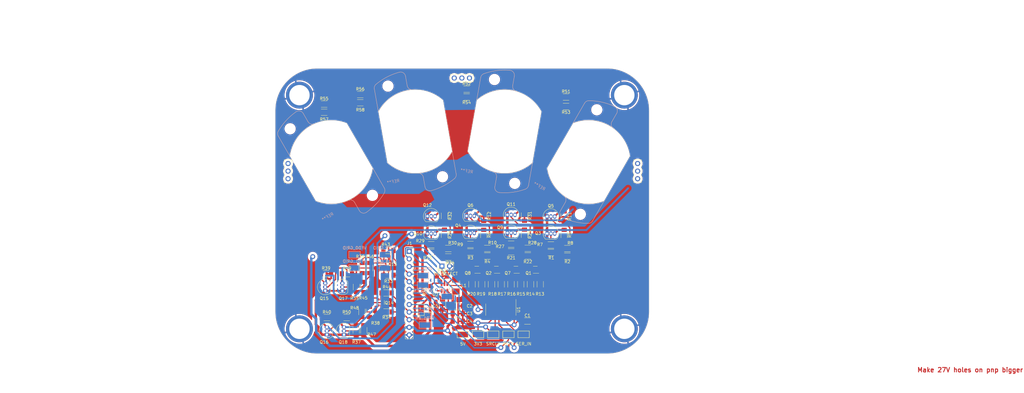
<source format=kicad_pcb>
(kicad_pcb (version 20221018) (generator pcbnew)
  (layers (0 "F.Cu" signal) (31 "B.Cu" signal) (34 "B.Paste" user) (35 "F.Paste" user) (36 "B.SilkS" user "B.Silkscreen") (37 "F.SilkS" user "F.Silkscreen") (38 "B.Mask" user) (39 "F.Mask" user) (44 "Edge.Cuts" user))
  (net 0 "")
  (net 1 "PWR_3V3")
  (net 2 "PWR_GND")
  (net 3 "PWR_5V")
  (net 4 "27V")
  (net 5 "/SER_IN")
  (net 6 "/SRCLK")
  (net 7 "/RCLK")
  (net 8 "/OE")
  (net 9 "/TLV_EN")
  (net 10 "/VFD0_GRID")
  (net 11 "/VFD1_GRID")
  (net 12 "/VFD2_GRID")
  (net 13 "/VFD3_GRID")
  (net 14 "Net-(U2-SW)")
  (net 15 "/0QA")
  (net 16 "Net-(Q1B-C2)")
  (net 17 "/0QB")
  (net 18 "Net-(Q1A-C1)")
  (net 19 "/0QE")
  (net 20 "Net-(Q2B-C2)")
  (net 21 "/0QF")
  (net 22 "Net-(Q2A-C1)")
  (net 23 "Net-(Q3-B)")
  (net 24 "/VFD_A")
  (net 25 "Net-(Q4-B)")
  (net 26 "/VFD_E")
  (net 27 "Net-(Q5-B)")
  (net 28 "/VFD_B")
  (net 29 "Net-(Q6-B)")
  (net 30 "/VFD_F")
  (net 31 "/0QC")
  (net 32 "Net-(Q7B-C2)")
  (net 33 "/0QD")
  (net 34 "Net-(Q7A-C1)")
  (net 35 "/0QG")
  (net 36 "Net-(Q8B-C2)")
  (net 37 "/0QH")
  (net 38 "Net-(Q8A-C1)")
  (net 39 "Net-(Q9-B)")
  (net 40 "/VFD_C")
  (net 41 "Net-(Q10-B)")
  (net 42 "/VFD_G")
  (net 43 "Net-(Q11-B)")
  (net 44 "/VFD_D")
  (net 45 "Net-(Q12-B)")
  (net 46 "/VFD_DP")
  (net 47 "Net-(Q13A-B1)")
  (net 48 "Net-(Q13B-C2)")
  (net 49 "Net-(Q13B-B2)")
  (net 50 "Net-(Q13A-C1)")
  (net 51 "Net-(Q14A-B1)")
  (net 52 "Net-(Q14B-C2)")
  (net 53 "Net-(Q14B-B2)")
  (net 54 "Net-(Q14A-C1)")
  (net 55 "Net-(Q15-B)")
  (net 56 "Net-(Q16-B)")
  (net 57 "Net-(Q17-B)")
  (net 58 "Net-(Q18-B)")
  (net 59 "Net-(U1-QA)")
  (net 60 "Net-(U1-QB)")
  (net 61 "Net-(U1-QC)")
  (net 62 "Net-(U1-QD)")
  (net 63 "Net-(U1-QE)")
  (net 64 "Net-(U1-QF)")
  (net 65 "Net-(U1-QG)")
  (net 66 "Net-(U1-QH)")
  (net 67 "/VFD0_EN")
  (net 68 "/VFD2_EN")
  (net 69 "Net-(U2-FB)")
  (net 70 "/VFD1_EN")
  (net 71 "/VFD3_EN")
  (net 72 "Net-(VFD1-Fil-)")
  (net 73 "Net-(VFD2-Fil-)")
  (net 74 "Net-(VFD3-Fil-)")
  (net 75 "Net-(VFD4-Fil-)")
  (footprint "Fab:R_1206" (layer "F.Cu") (at 175.645 126.719277 -90)
    (fp_text reference "R14")
    (fp_text value "R_22K")
  )
  (footprint "Fab:R_1206" (layer "F.Cu") (at 106.68 66.505)
    (fp_text reference "R55")
    (fp_text value "75")
  )
  (footprint "Fab:R_1206" (layer "F.Cu") (at 106.68 69.215)
    (fp_text reference "R57")
    (fp_text value "75")
  )
  (footprint "Package_TO_SOT_SMD:SOT-23-6" (layer "F.Cu") (at 146.89 127.77125 -90)
    (fp_text reference "U2")
    (fp_text value "TLV61046ADB")
  )
  (footprint "Fab:R_1206" (layer "F.Cu") (at 119.293333 135.95625 90)
    (fp_text reference "R38")
    (fp_text value "R_50K")
  )
  (footprint "Fab:R_1206" (layer "F.Cu") (at 182.46 113.586081)
    (fp_text reference "R7")
    (fp_text value "R_220K")
  )
  (footprint "Package_TO_SOT_THT:TO-92_Inline" (layer "F.Cu") (at 112.755 128.905 90)
    (fp_text reference "Q17")
    (fp_text value "2N3906")
  )
  (footprint "Fab:R_1206" (layer "F.Cu") (at 187.53 67.31)
    (fp_text reference "R53")
    (fp_text value "75")
  )
  (footprint "Fab:R_1206" (layer "F.Cu") (at 159.345 126.719277 -90)
    (fp_text reference "R19")
    (fp_text value "R_22K")
  )
  (footprint "Fab:R_1206" (layer "F.Cu") (at 155.575 113.384277)
    (fp_text reference "R9")
    (fp_text value "R_220K")
  )
  (footprint "Fab:R_1206" (layer "F.Cu") (at 148.174412 114.752364)
    (fp_text reference "R30")
    (fp_text value "R_50K")
  )
  (footprint "Fab:R_1206" (layer "F.Cu") (at 119.38 121.285 90)
    (fp_text reference "R36")
    (fp_text value "R_50K")
  )
  (footprint "Fab:R_1206" (layer "F.Cu") (at 155.575 115.924277)
    (fp_text reference "R3")
    (fp_text value "R_220K")
  )
  (footprint "TestPoint:TestPoint_Keystone_5015_Micro-Minature" (layer "F.Cu") (at 153.035 143.51)
    (fp_text reference "5V")
    (fp_text value "TestPoint_Keystone_5015_Micro-Minature")
  )
  (footprint "Fab:PinHeader_1x03_P2.54mm_Vertical_THT_D1mm" (layer "F.Cu") (at 211.455 86.35)
    (fp_text reference "REF**" hide)
    (fp_text value "PinHeader_1x03")
  )
  (footprint "Package_TO_SOT_THT:TO-92_Inline" (layer "F.Cu") (at 141.189412 103.957364)
    (fp_text reference "Q12")
    (fp_text value "2N3906")
  )
  (footprint "" (layer "F.Cu") (at 207.01 141.605)
    (fp_text reference "")
    (fp_text value "")
  )
  (footprint "Fab:R_1206" (layer "F.Cu") (at 154.305 64.135)
    (fp_text reference "R54")
    (fp_text value "75")
  )
  (footprint "Fab:R_1206" (layer "F.Cu") (at 107.588333 137.86125)
    (fp_text reference "R40")
    (fp_text value "R_100K")
  )
  (footprint "Fab:R_1206" (layer "F.Cu") (at 186.908169 110.209744 -90)
    (fp_text reference "R5")
    (fp_text value "R_100K")
  )
  (footprint "Fab:R_1206" (layer "F.Cu") (at 156.085 126.719277 -90)
    (fp_text reference "R20")
    (fp_text value "R_22K")
  )
  (footprint "Package_TO_SOT_THT:TO-92_Inline" (layer "F.Cu") (at 113.303333 143.57625 90)
    (fp_text reference "Q18")
    (fp_text value "2N3906")
  )
  (footprint "Fab:C_1206" (layer "F.Cu") (at 174.625 139)
    (fp_text reference "C1")
    (fp_text value "1uF")
  )
  (footprint "Fab:L_1210" (layer "F.Cu") (at 150.7 127.13625 90)
    (fp_text reference "L1")
    (fp_text value "22uH")
  )
  (footprint "Fab:R_1206" (layer "F.Cu") (at 117.475 127.635 90)
    (fp_text reference "R35")
    (fp_text value "R_220K")
  )
  (footprint "Fab:R_1206" (layer "F.Cu") (at 107.315 123.19)
    (fp_text reference "R39")
    (fp_text value "R_100K")
  )
  (footprint "Fab:R_1206" (layer "F.Cu") (at 162.605 126.719277 -90)
    (fp_text reference "R18")
    (fp_text value "R_22K")
  )
  (footprint "Fab:R_1206" (layer "F.Cu") (at 121.92 121.285 90)
    (fp_text reference "R46")
    (fp_text value "R_50K")
  )
  (footprint "Fab:C_1206" (layer "F.Cu") (at 151.335 139.065)
    (fp_text reference "C4")
    (fp_text value "1uF")
  )
  (footprint "Fab:R_1206" (layer "F.Cu") (at 142.459412 116.022364)
    (fp_text reference "R23")
    (fp_text value "R_220K")
  )
  (footprint "Fab:R_1206" (layer "F.Cu") (at 169.125 126.719277 90)
    (fp_text reference "R16")
    (fp_text value "R_22K")
  )
  (footprint "Fab:R_1206" (layer "F.Cu") (at 146.904412 103.854864 -90)
    (fp_text reference "R32")
    (fp_text value "R_100K")
  )
  (footprint "Fab:R_1206" (layer "F.Cu") (at 120.015 127.635 90)
    (fp_text reference "R45")
    (fp_text value "R_220K")
  )
  (footprint "TestPoint:TestPoint_Keystone_5015_Micro-Minature" (layer "F.Cu") (at 163.195 143.445)
    (fp_text reference "SRCLK")
    (fp_text value "TestPoint_Keystone_5015_Micro-Minature")
  )
  (footprint "TestPoint:TestPoint_Keystone_5015_Micro-Minature" (layer "F.Cu") (at 139.065 135.255 90)
    (fp_text reference "27V")
    (fp_text value "TestPoint_Keystone_5015_Micro-Minature")
  )
  (footprint "Fab:R_1206" (layer "F.Cu") (at 187.97 117.336081)
    (fp_text reference "R2")
    (fp_text value "R_50K")
  )
  (footprint "" (layer "F.Cu") (at 98.425 63.5)
    (fp_text reference "")
    (fp_text value "")
  )
  (footprint "Fab:R_1206" (layer "F.Cu") (at 146.05 123.96125)
    (fp_text reference "R42")
    (fp_text value "71.5K")
  )
  (footprint "TestPoint:TestPoint_Keystone_5015_Micro-Minature" (layer "F.Cu") (at 173.355 143.445)
    (fp_text reference "SER_IN")
    (fp_text value "TestPoint_Keystone_5015_Micro-Minature")
  )
  (footprint "Fab:R_1206" (layer "F.Cu") (at 114.213333 137.86125)
    (fp_text reference "R50")
    (fp_text value "R_100K")
  )
  (footprint "Fab:R_1206" (layer "F.Cu") (at 117.388333 142.10125 90)
    (fp_text reference "R37")
    (fp_text value "R_220K")
  )
  (footprint "Fab:R_1206" (layer "F.Cu") (at 172.385 126.719277 90)
    (fp_text reference "R15")
    (fp_text value "R_22K")
  )
  (footprint "Package_TO_SOT_SMD:SOT-363_SC-70-6" (layer "F.Cu") (at 126.653333 119.56125 90)
    (fp_text reference "Q13")
    (fp_text value "MMDT5551")
  )
  (footprint "Package_TO_SOT_THT:TO-92_Inline" (layer "F.Cu") (at 107.04 128.905 90)
    (fp_text reference "Q15")
    (fp_text value "2N3906")
  )
  (footprint "" (layer "F.Cu") (at 98.425 141.605)
    (fp_text reference "")
    (fp_text value "")
  )
  (footprint "Fab:R_1206" (layer "F.Cu") (at 186.905 104.061081 -90)
    (fp_text reference "R11")
    (fp_text value "R_100K")
  )
  (footprint "Package_TO_SOT_THT:TO-92_Inline" (layer "F.Cu") (at 167.915 109.504277)
    (fp_text reference "Q9")
    (fp_text value "2N3906")
  )
  (footprint "Fab:R_1206" (layer "F.Cu") (at 146.884144 110.146323 -90)
    (fp_text reference "R26")
    (fp_text value "R_100K")
  )
  (footprint "Fab:R_1206" (layer "F.Cu") (at 127.548333 129.60625 180)
    (fp_text reference "R44")
    (fp_text value "R_22K")
  )
  (footprint "Connector_PinSocket_2.54mm:PinSocket_1x12_P2.54mm_Vertical" (layer "F.Cu") (at 135.108333 115.70625)
    (fp_text reference "J1")
    (fp_text value "Conn_01x12_Pin")
  )
  (footprint "Fab:R_1206" (layer "F.Cu") (at 160.02 103.859277 -90)
    (fp_text reference "R12")
    (fp_text value "R_100K")
  )
  (footprint "Fab:R_1206" (layer "F.Cu") (at 169.185 113.314277)
    (fp_text reference "R27")
    (fp_text value "R_220K")
  )
  (footprint "Fab:R_1206" (layer "F.Cu") (at 128.183333 115.43125 180)
    (fp_text reference "R43")
    (fp_text value "R_22K")
  )
  (footprint "Fab:R_1206" (layer "F.Cu") (at 118.745 63.33)
    (fp_text reference "R56")
    (fp_text value "75")
  )
  (footprint "Connector_PinHeader_2.54mm:PinHeader_1x02_P2.54mm_Vertical" (layer "F.Cu") (at 146.045 120.65 90)
    (fp_text reference "OE_SELECT")
    (fp_text value "Conn_01x02_Pin")
  )
  (footprint "Package_TO_SOT_THT:TO-92_Inline" (layer "F.Cu") (at 154.305 109.574277)
    (fp_text reference "Q4")
    (fp_text value "2N3906")
  )
  (footprint "Package_TO_SOT_SMD:SOT-363_SC-70-6" (layer "F.Cu") (at 157.695 121.844277 180)
    (fp_text reference "Q8")
    (fp_text value "MMDT5551")
  )
  (footprint "Fab:C_1206" (layer "F.Cu") (at 146.255 133.48625 -90)
    (fp_text reference "C5")
    (fp_text value "10uF")
  )
  (footprint "Package_TO_SOT_THT:TO-92_Inline" (layer "F.Cu") (at 181.19 104.061081)
    (fp_text reference "Q5")
    (fp_text value "2N3906")
  )
  (footprint "Fab:PinHeader_1x03_P2.54mm_Vertical_THT_D1mm" (layer "F.Cu") (at 150.1675 57.785 90)
    (fp_text reference "REF**" hide)
    (fp_text value "PinHeader_1x03")
  )
  (footprint "Fab:R_1206" (layer "F.Cu") (at 114.3 123.19)
    (fp_text reference "R49")
    (fp_text value "R_100K")
  )
  (footprint "Fab:R_1206" (layer "F.Cu") (at 178.905 126.719277 -90)
    (fp_text reference "R13")
    (fp_text value "R_22K")
  )
  (footprint "TestPoint:TestPoint_Keystone_5015_Micro-Minature" (layer "F.Cu") (at 158.115 143.445)
    (fp_text reference "3V3")
    (fp_text value "TestPoint_Keystone_5015_Micro-Minature")
  )
  (footprint "Fab:R_1206" (layer "F.Cu") (at 160.02 110.209277 -90)
    (fp_text reference "R6")
    (fp_text value "R_100K")
  )
  (footprint "Fab:R_1206" (layer "F.Cu") (at 142.093333 129.04125 90)
    (fp_text reference "R41")
    (fp_text value "2.37M")
  )
  (footprint "Fab:R_1206" (layer "F.Cu") (at 174.742561 114.693163)
    (fp_text reference "R28")
    (fp_text value "R_50K")
  )
  (footprint "Package_TO_SOT_THT:TO-92_Inline" (layer "F.Cu") (at 107.588333 143.57625 90)
    (fp_text reference "Q16")
    (fp_text value "2N3906")
  )
  (footprint "Package_SO:SOIC-16_3.9x9.9mm_P1.27mm" (layer "F.Cu") (at 165.735 135.19 -90)
    (fp_text reference "U1")
    (fp_text value "74HC595")
  )
  (footprint "Fab:R_1206" (layer "F.Cu") (at 142.459412 113.482364)
    (fp_text reference "R29")
    (fp_text value "R_220K")
  )
  (footprint "Fab:R_1206" (layer "F.Cu") (at 119.928333 142.10125 90)
    (fp_text reference "R47")
    (fp_text value "R_220K")
  )
  (footprint "Package_TO_SOT_THT:TO-92_Inline" (layer "F.Cu") (at 167.915 103.514277)
    (fp_text reference "Q11")
    (fp_text value "2N3906")
  )
  (footprint "Package_TO_SOT_SMD:SOT-363_SC-70-6" (layer "F.Cu") (at 177.25 121.844277 180)
    (fp_text reference "Q1")
    (fp_text value "MMDT5551")
  )
  (footprint "Package_TO_SOT_SMD:SOT-363_SC-70-6" (layer "F.Cu") (at 125.643333 132.78125 90)
    (fp_text reference "Q14")
    (fp_text value "MMDT5551")
  )
  (footprint "Fab:R_1206" (layer "F.Cu") (at 173.63 110.139277 -90)
    (fp_text reference "R25")
    (fp_text value "R_100K")
  )
  (footprint "Fab:R_1206" (layer "F.Cu") (at 187.53 64.135)
    (fp_text reference "R51")
    (fp_text value "75")
  )
  (footprint "TestPoint:TestPoint_Keystone_5015_Micro-Minature" (layer "F.Cu") (at 168.275 143.445)
    (fp_text reference "RCLK")
    (fp_text value "TestPoint_Keystone_5015_Micro-Minature")
  )
  (footprint "Fab:R_1206" (layer "F.Cu") (at 173.63 103.789277 -90)
    (fp_text reference "R31")
    (fp_text value "R_100K")
  )
  (footprint "Package_TO_SOT_THT:TO-92_Inline" (layer "F.Cu") (at 154.305 103.859277)
    (fp_text reference "Q6")
    (fp_text value "2N3906")
  )
  (footprint "" (layer "F.Cu") (at 207.01 63.5)
    (fp_text reference "")
    (fp_text value "")
  )
  (footprint "Fab:C_1206" (layer "F.Cu") (at 151.335 136.525)
    (fp_text reference "C3")
    (fp_text value "1uF")
  )
  (footprint "Package_TO_SOT_THT:TO-92_Inline" (layer "F.Cu") (at 141.189412 109.774864)
    (fp_text reference "Q10")
    (fp_text value "2N3906")
  )
  (footprint "Fab:R_1206" (layer "F.Cu") (at 128.183333 123.68625)
    (fp_text reference "R33")
    (fp_text value "R_22K")
  )
  (footprint "Package_TO_SOT_SMD:SOT-363_SC-70-6" (layer "F.Cu") (at 164.235 121.844277 180)
    (fp_text reference "Q2")
    (fp_text value "MMDT5551")
  )
  (footprint "Fab:R_1206" (layer "F.Cu") (at 165.865 126.719277 90)
    (fp_text reference "R17")
    (fp_text value "R_22K")
  )
  (footprint "Package_TO_SOT_THT:TO-92_Inline" (layer "F.Cu") (at 181.19 109.776081)
    (fp_text reference "Q3")
    (fp_text value "2N3906")
  )
  (footprint "Fab:R_1206" (layer "F.Cu") (at 169.185 115.854277)
    (fp_text reference "R21")
    (fp_text value "R_220K")
  )
  (footprint "Fab:R_1206" (layer "F.Cu") (at 187.97 114.796081)
    (fp_text reference "R8")
    (fp_text value "R_50K")
  )
  (footprint "Package_TO_SOT_SMD:SOT-363_SC-70-6" (layer "F.Cu") (at 170.78 121.844277 180)
    (fp_text reference "Q7")
    (fp_text value "MMDT5551")
  )
  (footprint "Fab:R_1206" (layer "F.Cu") (at 161.221667 117.263027)
    (fp_text reference "R4")
    (fp_text value "R_50K")
  )
  (footprint "Fab:R_1206" (layer "F.Cu") (at 161.221667 114.723027)
    (fp_text reference "R10")
    (fp_text value "R_50K")
  )
  (footprint "Fab:R_1206" (layer "F.Cu") (at 154.305 61.51)
    (fp_text reference "R52")
    (fp_text value "75")
  )
  (footprint "Fab:R_1206" (layer "F.Cu") (at 121.833333 135.95625 90)
    (fp_text reference "R48")
    (fp_text value "R_50K")
  )
  (footprint "Fab:R_1206" (layer "F.Cu") (at 118.745 66.04)
    (fp_text reference "R58")
    (fp_text value "75")
  )
  (footprint "Fab:R_1206" (layer "F.Cu") (at 182.46 116.126081)
    (fp_text reference "R1")
    (fp_text value "R_220K")
  )
  (footprint "Fab:R_1206" (layer "F.Cu") (at 148.174412 117.599864)
    (fp_text reference "R24")
    (fp_text value "R_50K")
  )
  (footprint "Fab:R_1206" (layer "F.Cu") (at 127.548333 135.95625 180)
    (fp_text reference "R34")
    (fp_text value "R_22K")
  )
  (footprint "Fab:C_1206" (layer "F.Cu") (at 151.335 133.985)
    (fp_text reference "C2")
    (fp_text value "1uF")
  )
  (footprint "Fab:R_1206" (layer "F.Cu") (at 174.742561 117.233163)
    (fp_text reference "R22")
    (fp_text value "R_50K")
  )
  (footprint "Fab:PinHeader_1x03_P2.54mm_Vertical_THT_D1mm" (layer "F.Cu") (at 94.615 86.35)
    (fp_text reference "REF**" hide)
    (fp_text value "PinHeader_1x03")
  )
  (footprint "TestPoint:TestPoint_Keystone_5015_Micro-Minature" (layer "B.Cu") (at 116.84 116.84 180)
    (fp_text reference "VFD0_GRID")
    (fp_text value "TestPoint_Keystone_5015_Micro-Minature" hide)
  )
  (footprint "VFD:PL31A-P" (layer "B.Cu") (at 137.12724 75.63079 -170)
    (fp_text reference "REF**")
    (fp_text value "PL31A-P")
    (fp_line (start -11 -8.660254) (end -11 8.660254) (stroke (width 0.125)) (layer "Edge.Cuts"))
    (fp_line (start 11 8.660254) (end 11 -8.660254) (stroke (width 0.125)) (layer "Edge.Cuts"))
    (fp_arc (start -11 -8.660254) (mid 0 -14) (end 11 -8.660254) (stroke (width 0.125)) (layer "Edge.Cuts"))
    (fp_arc (start -4.237626 13.343258) (mid -7.970504 11.509607) (end -11 8.660254) (stroke (width 0.125)) (layer "Edge.Cuts"))
    (fp_arc (start -2.293156 13.810918) (mid -3.273753 13.611855) (end -4.237626 13.343258) (stroke (width 0.125)) (layer "Edge.Cuts"))
    (fp_arc (start 11 8.660254) (mid 5.058124 13.054324) (end -2.293156 13.810918) (stroke (width 0.125)) (layer "Edge.Cuts"))
  )
  (footprint "VFD:PL31A-P" (layer "B.Cu") (at 195.060983 85.855575 150)
    (fp_text reference "REF**")
    (fp_text value "PL31A-P")
    (fp_line (start -11 -8.660254) (end -11 8.660254) (stroke (width 0.125)) (layer "Edge.Cuts"))
    (fp_line (start 11 8.660254) (end 11 -8.660254) (stroke (width 0.125)) (layer "Edge.Cuts"))
    (fp_arc (start -11 -8.660254) (mid 0 -14) (end 11 -8.660254) (stroke (width 0.125)) (layer "Edge.Cuts"))
    (fp_arc (start -4.237626 13.343258) (mid -7.970503 11.509607) (end -11 8.660254) (stroke (width 0.125)) (layer "Edge.Cuts"))
    (fp_arc (start -2.293156 13.810918) (mid -3.273753 13.611855) (end -4.237626 13.343258) (stroke (width 0.125)) (layer "Edge.Cuts"))
    (fp_arc (start 11 8.660254) (mid 5.058124 13.054324) (end -2.293156 13.810918) (stroke (width 0.125)) (layer "Edge.Cuts"))
  )
  (footprint "VFD:PL31A-P" (layer "B.Cu") (at 109.060983 85.855575 -150)
    (fp_text reference "REF**")
    (fp_text value "PL31A-P")
    (fp_line (start -11 -8.660254) (end -11 8.660254) (stroke (width 0.125)) (layer "Edge.Cuts"))
    (fp_line (start 11 8.660254) (end 11 -8.660254) (stroke (width 0.125)) (layer "Edge.Cuts"))
    (fp_arc (start -11 -8.660254) (mid 0 -14) (end 11 -8.660254) (stroke (width 0.125)) (layer "Edge.Cuts"))
    (fp_arc (start -4.237626 13.343258) (mid -7.970503 11.509607) (end -11 8.660254) (stroke (width 0.125)) (layer "Edge.Cuts"))
    (fp_arc (start -2.293156 13.810918) (mid -3.273753 13.611855) (end -4.237626 13.343258) (stroke (width 0.125)) (layer "Edge.Cuts"))
    (fp_arc (start 11 8.660254) (mid 5.058124 13.054324) (end -2.293156 13.810918) (stroke (width 0.125)) (layer "Edge.Cuts"))
  )
  (footprint "TestPoint:TestPoint_Keystone_5015_Micro-Minature" (layer "B.Cu") (at 139.7 123.825 180)
    (fp_text reference "VFD1_EN")
    (fp_text value "TestPoint_Keystone_5015_Micro-Minature" hide)
  )
  (footprint "TestPoint:TestPoint_Keystone_5015_Micro-Minature" (layer "B.Cu") (at 147.671667 130.81 180)
    (fp_text reference "TLV_EN")
    (fp_text value "TestPoint_Keystone_5015_Micro-Minature" hide)
  )
  (footprint "TestPoint:TestPoint_Keystone_5015_Micro-Minature" (layer "B.Cu") (at 140.335 137.16 180)
    (fp_text reference "VFD1_EN")
    (fp_text value "TestPoint_Keystone_5015_Micro-Minature" hide)
  )
  (footprint "TestPoint:TestPoint_Keystone_5015_Micro-Minature" (layer "B.Cu") (at 116.84 121.285 180)
    (fp_text reference "VFD1_GRID")
    (fp_text value "TestPoint_Keystone_5015_Micro-Minature" hide)
  )
  (footprint "TestPoint:TestPoint_Keystone_5015_Micro-Minature" (layer "B.Cu") (at 139.7 127 180)
    (fp_text reference "VFD0_EN")
    (fp_text value "TestPoint_Keystone_5015_Micro-Minature" hide)
  )
  (footprint "VFD:PL31A-P" (layer "B.Cu") (at 166.994726 75.630791 170)
    (fp_text reference "REF**")
    (fp_text value "PL31A-P")
    (fp_line (start -11 -8.660254) (end -11 8.660254) (stroke (width 0.125)) (layer "Edge.Cuts"))
    (fp_line (start 11 8.660254) (end 11 -8.660254) (stroke (width 0.125)) (layer "Edge.Cuts"))
    (fp_arc (start -11 -8.660254) (mid 0 -14) (end 11 -8.660254) (stroke (width 0.125)) (layer "Edge.Cuts"))
    (fp_arc (start -4.237626 13.343258) (mid -7.970504 11.509606) (end -11 8.660254) (stroke (width 0.125)) (layer "Edge.Cuts"))
    (fp_arc (start -2.293156 13.810918) (mid -3.273752 13.611855) (end -4.237626 13.343258) (stroke (width 0.125)) (layer "Edge.Cuts"))
    (fp_arc (start 11 8.660254) (mid 5.058124 13.054324) (end -2.293156 13.810918) (stroke (width 0.125)) (layer "Edge.Cuts"))
  )
  (footprint "TestPoint:TestPoint_Keystone_5015_Micro-Minature" (layer "B.Cu") (at 127 121.285 180)
    (fp_text reference "VFD3_GRID")
    (fp_text value "TestPoint_Keystone_5015_Micro-Minature" hide)
  )
  (footprint "TestPoint:TestPoint_Keystone_5015_Micro-Minature" (layer "B.Cu") (at 127 116.84 180)
    (fp_text reference "VFD2_GRID")
    (fp_text value "TestPoint_Keystone_5015_Micro-Minature" hide)
  )
  (footprint "TestPoint:TestPoint_Keystone_5015_Micro-Minature" (layer "B.Cu") (at 140.335 140.335 180)
    (fp_text reference "VFD1_EN")
    (fp_text value "TestPoint_Keystone_5015_Micro-Minature" hide)
  )
  (gr_arc (start 201.295 54.61) (mid 211.173282 58.701718) (end 215.265 68.58) (stroke (width 0.1)) (layer "Edge.Cuts"))
  (gr_line (start 201.295 54.61) (end 104.365 54.61) (stroke (width 0.1)) (layer "Edge.Cuts"))
  (gr_line (start 90.395 68.58) (end 90.395 135.89) (stroke (width 0.1)) (layer "Edge.Cuts"))
  (gr_arc (start 90.395 68.58) (mid 94.486718 58.701718) (end 104.365 54.61) (stroke (width 0.1)) (layer "Edge.Cuts"))
  (gr_line (start 104.365 149.86) (end 201.295 149.86) (stroke (width 0.1)) (layer "Edge.Cuts"))
  (gr_arc (start 104.365 149.86) (mid 94.486718 145.768282) (end 90.395 135.89) (stroke (width 0.1)) (layer "Edge.Cuts"))
  (gr_arc (start 215.265 135.89) (mid 211.173282 145.768282) (end 201.295 149.86) (stroke (width 0.1)) (layer "Edge.Cuts"))
  (gr_line (start 215.265 135.89) (end 215.265 68.58) (stroke (width 0.1)) (layer "Edge.Cuts"))
  (gr_text "Make 27V holes on pnp bigger\n" (at 304.8 156.21) (layer "F.Cu") (effects (font (size 1.5 1.5) (thickness 0.3) bold) (justify left bottom)))
  (segment (start 170.180438 137.665438) (end 170.18 137.665) (width 0.4) (layer "F.Cu") (net 1))
  (segment (start 158.115 139.635) (end 158.115 143.445) (width 0.4) (layer "F.Cu") (net 1))
  (segment (start 161.565 139.635) (end 162.56 138.64) (width 0.4) (layer "F.Cu") (net 1))
  (segment (start 172.925 139) (end 171.45 139) (width 0.4) (layer "F.Cu") (net 1))
  (segment (start 170.180438 140.269562) (end 170.180438 137.665438) (width 0.4) (layer "F.Cu") (net 1))
  (segment (start 171.45 139) (end 170.180438 140.269562) (width 0.4) (layer "F.Cu") (net 1))
  (segment (start 158.115 139.635) (end 161.565 139.635) (width 0.4) (layer "F.Cu") (net 1))
  (segment (start 162.56 138.64) (end 162.56 137.665) (width 0.4) (layer "F.Cu") (net 1))
  (via (at 158.115 139.635) (size 1.6) (drill 0.9) (layers "F.Cu" "B.Cu") (net 1))
  (via (at 170.180438 140.269562) (size 1.6) (drill 0.9) (layers "F.Cu" "B.Cu") (net 1))
  (segment (start 151.765 135.255) (end 151.765 130.175) (width 0.4) (layer "B.Cu") (net 1))
  (segment (start 170.180438 140.269562) (end 170.115 140.335) (width 0.4) (layer "B.Cu") (net 1))
  (segment (start 156.21 139.7) (end 151.765 135.255) (width 0.4) (layer "B.Cu") (net 1))
  (segment (start 140.97 119.38) (end 138.782083 119.38) (width 0.4) (layer "B.Cu") (net 1))
  (segment (start 165.735 140.335) (end 165.1 139.7) (width 0.4) (layer "B.Cu") (net 1))
  (segment (start 170.115 140.335) (end 165.735 140.335) (width 0.4) (layer "B.Cu") (net 1))
  (segment (start 138.782083 119.38) (end 135.108333 115.70625) (width 0.4) (layer "B.Cu") (net 1))
  (segment (start 165.1 139.7) (end 156.21 139.7) (width 0.4) (layer "B.Cu") (net 1))
  (segment (start 151.765 130.175) (end 140.97 119.38) (width 0.4) (layer "B.Cu") (net 1))
  (segment (start 173.792543 118.928402) (end 174.703116 118.017829) (width 0.4) (layer "F.Cu") (net 2))
  (segment (start 168.636667 121.194277) (end 168.122917 121.194277) (width 0.4) (layer "F.Cu") (net 2))
  (segment (start 168.122917 121.194277) (end 167.486469 121.830725) (width 0.4) (layer "F.Cu") (net 2))
  (segment (start 127.303333 118.61125) (end 128.13625 118.61125) (width 0.4) (layer "F.Cu") (net 2))
  (segment (start 169.83 121.194277) (end 168.636667 121.194277) (width 0.4) (layer "F.Cu") (net 2))
  (segment (start 156.745 121.194277) (end 154.545417 121.194277) (width 0.4) (layer "F.Cu") (net 2))
  (segment (start 158.645 122.494277) (end 157.721696 123.417581) (width 0.4) (layer "F.Cu") (net 2))
  (segment (start 146.884144 111.846323) (end 146.884144 111.959144) (width 0.4) (layer "F.Cu") (net 2))
  (segment (start 186.908169 112.613169) (end 187.96 113.665) (width 0.4) (layer "F.Cu") (net 2))
  (segment (start 160.02 111.909277) (end 160.169277 111.909277) (width 0.4) (layer "F.Cu") (net 2))
  (segment (start 124.59875 120.51125) (end 124.46 120.65) (width 0.4) (layer "F.Cu") (net 2))
  (segment (start 186.908169 111.909744) (end 186.908169 112.613169) (width 0.4) (layer "F.Cu") (net 2))
  (segment (start 170.777311 123.446966) (end 170.777311 126.548421) (width 0.4) (layer "F.Cu") (net 2))
  (segment (start 160.169277 111.909277) (end 161.29 113.03) (width 0.4) (layer "F.Cu") (net 2))
  (segment (start 146.884144 111.959144) (end 147.955 113.03) (width 0.4) (layer "F.Cu") (net 2))
  (segment (start 128.13625 118.61125) (end 128.27 118.745) (width 0.4) (layer "F.Cu") (net 2))
  (segment (start 176.3 120.738636) (end 177.870609 119.168027) (width 0.4) (layer "F.Cu") (net 2))
  (segment (start 153.035 133.985) (end 153.035 123.557082) (width 0.4) (layer "F.Cu") (net 2))
  (segment (start 177.870609 119.168027) (end 178.838571 119.168027) (width 0.4) (layer "F.Cu") (net 2))
  (segment (start 146.89 124.82125) (end 146.89 126.63375) (width 0.4) (layer "F.Cu") (net 2))
  (segment (start 152.397517 122.919599) (end 148.791651 122.919599) (width 0.4) (layer "F.Cu") (net 2))
  (segment (start 165.31792 115.717482) (end 165.31792 114.902717) (width 0.4) (layer "F.Cu") (net 2))
  (segment (start 163.285 121.194277) (end 161.772917 121.194277) (width 0.4) (layer "F.Cu") (net 2))
  (segment (start 124.993333 133.73125) (end 124.104583 134.62) (width 0.4) (layer "F.Cu") (net 2))
  (segment (start 166.064717 116.464279) (end 165.31792 115.717482) (width 0.4) (layer "F.Cu") (net 2))
  (segment (start 157.721696 123.417581) (end 157.721696 126.572411) (width 0.4) (layer "F.Cu") (net 2))
  (segment (start 167.486469 121.830725) (end 167.486469 126.74012) (width 0.4) (layer "F.Cu") (net 2))
  (segment (start 164.258714 123.420563) (end 164.258714 126.629147) (width 0.4) (layer "F.Cu") (net 2))
  (segment (start 174.703116 113.743116) (end 173.63 112.67) (width 0.4) (layer "F.Cu") (net 2))
  (segment (start 126.003333 120.51125) (end 124.59875 120.51125) (width 0.4) (layer "F.Cu") (net 2))
  (segment (start 154.545417 121.194277) (end 154.031667 121.708027) (width 0.4) (layer "F.Cu") (net 2))
  (segment (start 126.542083 132.08) (end 127.635 132.08) (width 0.4) (layer "F.Cu") (net 2))
  (segment (start 168.122917 121.194277) (end 170.388792 118.928402) (width 0.4) (layer "F.Cu") (net 2))
  (segment (start 174.703116 118.017829) (end 174.703116 113.743116) (width 0.4) (layer "F.Cu") (net 2))
  (segment (start 148.791651 122.919599) (end 147.75 123.96125) (width 0.4) (layer "F.Cu") (net 2))
  (segment (start 176.3 121.194277) (end 176.3 120.738636) (width 0.4) (layer "F.Cu") (net 2))
  (segment (start 153.035 123.557082) (end 152.397517 122.919599) (width 0.4) (layer "F.Cu") (net 2))
  (segment (start 165.185 122.494277) (end 164.258714 123.420563) (width 0.4) (layer "F.Cu") (net 2))
  (segment (start 147.75 123.96125) (end 146.89 124.82125) (width 0.4) (layer "F.Cu") (net 2))
  (segment (start 163.285 121.194277) (end 162.921667 120.830944) (width 0.4) (layer "F.Cu") (net 2))
  (segment (start 178.2 122.494277) (end 177.31107 123.383207) (width 0.4) (layer "F.Cu") (net 2))
  (segment (start 166.064717 118.622327) (end 166.064717 116.464279) (width 0.4) (layer "F.Cu") (net 2))
  (segment (start 168.636667 121.194277) (end 166.064717 118.622327) (width 0.4) (layer "F.Cu") (net 2))
  (segment (start 153.035 139.065) (end 153.035 133.985) (width 0.4) (layer "F.Cu") (net 2))
  (segment (start 177.31107 123.383207) (end 177.31107 126.788027) (width 0.4) (layer "F.Cu") (net 2))
  (segment (start 162.921667 120.830944) (end 162.921667 119.803027) (width 0.4) (layer "F.Cu") (net 2))
  (segment (start 171.73 122.494277) (end 170.777311 123.446966) (width 0.4) (layer "F.Cu") (net 2))
  (segment (start 173.63 112.67) (end 173.63 111.839277) (width 0.4) (layer "F.Cu") (net 2))
  (segment (start 161.772917 121.194277) (end 161.651667 121.073027) (width 0.4) (layer "F.Cu") (net 2))
  (segment (start 124.104583 134.62) (end 123.825 134.62) (width 0.4) (layer "F.Cu") (net 2))
  (segment (start 126.293333 131.83125) (end 126.542083 132.08) (width 0.4) (layer "F.Cu") (net 2))
  (segment (start 170.388792 118.928402) (end 173.792543 118.928402) (width 0.4) (layer "F.Cu") (net 2))
  (segment (start 149.635 139.065) (end 149.635 130.20125) (width 0.8) (layer "F.Cu") (net 3))
  (segment (start 149.1325 130.20125) (end 147.84 128.90875) (width 0.4) (layer "F.Cu") (net 3))
  (segment (start 149.225 143.51) (end 153.035 143.51) (width 0.8) (layer "F.Cu") (net 3))
  (segment (start 149.635 130.20125) (end 149.1325 130.20125) (width 0.4) (layer "F.Cu") (net 3))
  (segment (start 147.955 140.745) (end 149.635 139.065) (width 0.8) (layer "F.Cu") (net 3))
  (segment (start 147.955 142.24) (end 147.955 140.745) (width 0.8) (layer "F.Cu") (net 3))
  (segment (start 149.635 130.20125) (end 150.7 129.13625) (width 0.8) (layer "F.Cu") (net 3))
  (segment (start 147.955 142.24) (end 149.225 143.51) (width 0.8) (layer "F.Cu") (net 3))
  (via (at 102.87 117.475) (size 1.6) (drill 0.9) (layers "F.Cu" "B.Cu") (net 3))
  (via (at 147.955 142.24) (size 1.6) (drill 0.9) (layers "F.Cu" "B.Cu") (net 3))
  (segment (start 147.955 142.24) (end 137.795 142.24) (width 0.8) (layer "B.Cu") (net 3))
  (segment (start 102.381666 136.671666) (end 103.996381 138.286381) (width 0.8) (layer "B.Cu") (net 3))
  (segment (start 103.996381 142.731381) (end 108.585 147.32) (width 0.8) (layer "B.Cu") (net 3))
  (segment (start 102.381666 117.963334) (end 102.381666 136.671666) (width 0.8) (layer "B.Cu") (net 3))
  (segment (start 103.996381 138.286381) (end 103.996381 142.731381) (width 0.8) (layer "B.Cu") (net 3))
  (segment (start 102.87 117.475) (end 102.381666 117.963334) (width 0.8) (layer "B.Cu") (net 3))
  (segment (start 136.66125 141.10625) (end 135.108333 141.10625) (width 0.8) (layer "B.Cu") (net 3))
  (segment (start 127.703125 147.32) (end 133.916875 141.10625) (width 0.8) (layer "B.Cu") (net 3))
  (segment (start 108.585 147.32) (end 127.703125 147.32) (width 0.8) (layer "B.Cu") (net 3))
  (segment (start 133.916875 141.10625) (end 135.108333 141.10625) (width 0.8) (layer "B.Cu") (net 3))
  (segment (start 137.795 142.24) (end 136.66125 141.10625) (width 0.8) (layer "B.Cu") (net 3))
  (segment (start 142.093333 142.386667) (end 137.16 147.32) (width 0.8) (layer "F.Cu") (net 4))
  (segment (start 154.305 103.859277) (end 154.305 115.494277) (width 0.8) (layer "F.Cu") (net 4))
  (segment (start 142.093333 130.74125) (end 141.253333 130.74125) (width 0.8) (layer "F.Cu") (net 4))
  (segment (start 142.093333 130.74125) (end 145.21 130.74125) (width 0.6) (layer "F.Cu") (net 4))
  (segment (start 146.89 128.90875) (end 146.89 131.15125) (width 0.6) (layer "F.Cu") (net 4))
  (segment (start 117.163333 143.57625) (end 117.388333 143.80125) (width 0.6) (layer "F.Cu") (net 4))
  (segment (start 139.553333 117.228443) (end 140.759412 116.022364) (width 0.8) (layer "F.Cu") (net 4))
  (segment (start 154.305 115.494277) (end 153.875 115.924277) (width 0.8) (layer "F.Cu") (net 4))
  (segment (start 140.759412 110.204864) (end 141.189412 109.774864) (width 0.8) (layer "F.Cu") (net 4))
  (segment (start 167.915 115.424277) (end 167.485 115.854277) (width 0.8) (layer "F.Cu") (net 4))
  (segment (start 181.19 115.696081) (end 180.76 116.126081) (width 0.8) (layer "F.Cu") (net 4))
  (segment (start 103.90254 140.09754) (end 103.90254 132.04246) (width 0.8) (layer "F.Cu") (net 4))
  (segment (start 137.16 147.32) (end 123.447083 147.32) (width 0.8) (layer "F.Cu") (net 4))
  (segment (start 145.21 130.74125) (end 146.255 131.78625) (width 0.6) (layer "F.Cu") (net 4))
  (segment (start 153.67 100.33) (end 167.64 100.33) (width 0.8) (layer "F.Cu") (net 4))
  (segment (start 139.553333 129.04125) (end 139.553333 117.228443) (width 0.8) (layer "F.Cu") (net 4))
  (segment (start 119.703333 143.57625) (end 119.928333 143.80125) (width 0.8) (layer "F.Cu") (net 4))
  (segment (start 107.588333 143.57625) (end 106.11125 143.57625) (width 0.8) (layer "F.Cu") (net 4))
  (segment (start 103.90254 132.04246) (end 107.04 128.905) (width 0.8) (layer "F.Cu") (net 4))
  (segment (start 139.065 135.255) (end 139.065 133.769583) (width 0.6) (layer "F.Cu") (net 4))
  (segment (start 146.89 131.15125) (end 146.255 131.78625) (width 0.6) (layer "F.Cu") (net 4))
  (segment (start 107.04 128.905) (end 119.585 128.905) (width 0.6) (layer "F.Cu") (net 4))
  (segment (start 140.759412 116.022364) (end 140.759412 110.204864) (width 0.8) (layer "F.Cu") (net 4))
  (segment (start 167.915 100.605) (end 167.64 100.33) (width 0.8) (layer "F.Cu") (net 4))
  (segment (start 167.915 103.514277) (end 167.915 100.605) (width 0.8) (layer "F.Cu") (net 4))
  (segment (start 141.189412 103.957364) (end 141.189412 103.207364) (width 0.8) (layer "F.Cu") (net 4))
  (segment (start 144.066776 100.33) (end 153.67 100.33) (width 0.8) (layer "F.Cu") (net 4))
  (segment (start 141.189412 103.207364) (end 144.066776 100.33) (width 0.8) (layer "F.Cu") (net 4))
  (segment (start 106.11125 143.57625) (end 104.775 142.24) (width 0.8) (layer "F.Cu") (net 4))
  (segment (start 167.64 100.33) (end 177.458919 100.33) (width 0.8) (layer "F.Cu") (net 4))
  (segment (start 167.915 103.514277) (end 167.915 115.424277) (width 0.8) (layer "F.Cu") (net 4))
  (segment (start 119.585 128.905) (end 120.015 129.335) (width 0.6) (layer "F.Cu") (net 4))
  (segment (start 123.447083 147.32) (end 119.928333 143.80125) (width 0.8) (layer "F.Cu") (net 4))
  (segment (start 104.775 142.24) (end 104.775 140.97) (width 0.8) (layer "F.Cu") (net 4))
  (segment (start 141.189412 109.774864) (end 141.189412 103.957364) (width 0.8) (layer "F.Cu") (net 4))
  (segment (start 104.775 140.97) (end 103.90254 140.09754) (width 0.8) (layer "F.Cu") (net 4))
  (segment (start 142.093333 130.74125) (end 142.093333 142.386667) (width 0.8) (layer "F.Cu") (net 4))
  (segment (start 142.503333 131.15125) (end 142.093333 130.74125) (width 0.6) (layer "F.Cu") (net 4))
  (segment (start 177.458919 100.33) (end 181.19 104.061081) (width 0.8) (layer "F.Cu") (net 4))
  (segment (start 139.065 133.769583) (end 142.093333 130.74125) (width 0.6) (layer "F.Cu") (net 4))
  (segment (start 181.19 104.061081) (end 181.19 115.696081) (width 0.8) (layer "F.Cu") (net 4))
  (segment (start 154.305 103.859277) (end 154.305 100.965) (width 0.8) (layer "F.Cu") (net 4))
  (segment (start 154.305 100.965) (end 153.67 100.33) (width 0.8) (layer "F.Cu") (net 4))
  (segment (start 107.588333 143.57625) (end 119.703333 143.57625) (width 0.8) (layer "F.Cu") (net 4))
  (segment (start 141.253333 130.74125) (end 139.553333 129.04125) (width 0.8) (layer "F.Cu") (net 4))
  (segment (start 171.655 143.445) (end 167.64 139.43) (width 0.4) (layer "F.Cu") (net 5))
  (segment (start 167.64 139.43) (end 167.64 137.665) (width 0.4) (layer "F.Cu") (net 5))
  (segment (start 173.355 143.445) (end 171.655 143.445) (width 0.4) (layer "F.Cu") (net 5))
  (segment (start 170.18 147.89) (end 170.18 146.62) (width 0.4) (layer "F.Cu") (net 5))
  (segment (start 170.18 146.62) (end 173.355 143.445) (width 0.4) (layer "F.Cu") (net 5))
  (via (at 170.18 147.89) (size 1.6) (drill 0.9) (layers "F.Cu" "B.Cu") (net 5))
  (segment (start 168.34 146.05) (end 157.48 146.05) (width 0.4) (layer "B.Cu") (net 5))
  (segment (start 147.752673 138.227673) (end 140.47125 130.94625) (width 0.4) (layer "B.Cu") (net 5))
  (segment (start 170.18 147.89) (end 168.34 146.05) (width 0.4) (layer "B.Cu") (net 5))
  (segment (start 157.48 146.05) (end 149.657673 138.227673) (width 0.4) (layer "B.Cu") (net 5))
  (segment (start 149.657673 138.227673) (end 147.752673 138.227673) (width 0.4) (layer "B.Cu") (net 5))
  (segment (start 140.47125 130.94625) (end 135.108333 130.94625) (width 0.4) (layer "B.Cu") (net 5))
  (segment (start 160.72 140.97) (end 163.195 143.445) (width 0.4) (layer "F.Cu") (net 6))
  (segment (start 160.655 140.97) (end 160.72 140.97) (width 0.4) (layer "F.Cu") (net 6))
  (segment (start 163.83 142.81) (end 163.83 137.665) (width 0.4) (layer "F.Cu") (net 6))
  (segment (start 163.195 143.445) (end 163.83 142.81) (width 0.4) (layer "F.Cu") (net 6))
  (via (at 160.655 140.97) (size 1.6) (drill 0.9) (layers "F.Cu" "B.Cu") (net 6))
  (segment (start 154.94 140.97) (end 150.495 136.525) (width 0.4) (layer "B.Cu") (net 6))
  (segment (start 150.495 136.525) (end 147.955 136.525) (width 0.4) (layer "B.Cu") (net 6))
  (segment (start 147.955 136.525) (end 139.83625 128.40625) (width 0.4) (layer "B.Cu") (net 6))
  (segment (start 160.655 140.97) (end 154.94 140.97) (width 0.4) (layer "B.Cu") (net 6))
  (segment (start 139.83625 128.40625) (end 135.108333 128.40625) (width 0.4) (layer "B.Cu") (net 6))
  (segment (start 168.275 143.445) (end 165.1 140.27) (width 0.4) (layer "F.Cu") (net 7))
  (segment (start 165.735 147.89) (end 168.275 145.35) (width 0.4) (layer "F.Cu") (net 7))
  (segment (start 168.275 145.35) (end 168.275 142.81) (width 0.4) (layer "F.Cu") (net 7))
  (segment (start 165.1 140.27) (end 165.1 137.665) (width 0.4) (layer "F.Cu") (net 7))
  (via (at 165.735 147.89) (size 1.6) (drill 0.9) (layers "F.Cu" "B.Cu") (net 7))
  (segment (start 141.10625 133.48625) (end 135.108333 133.48625) (width 0.4) (layer "B.Cu") (net 7))
  (segment (start 165.735 147.89) (end 165.67 147.955) (width 0.4) (layer "B.Cu") (net 7))
  (segment (start 147.438576 139.818576) (end 141.10625 133.48625) (width 0.4) (layer "B.Cu") (net 7))
  (segment (start 148.708576 139.818576) (end 147.438576 139.818576) (width 0.4) (layer "B.Cu") (net 7))
  (segment (start 156.845 147.955) (end 148.708576 139.818576) (width 0.4) (layer "B.Cu") (net 7))
  (segment (start 165.67 147.955) (end 156.845 147.955) (width 0.4) (layer "B.Cu") (net 7))
  (segment (start 164.87 135.19) (end 158.115 135.19) (width 0.4) (layer "F.Cu") (net 8))
  (segment (start 166.37 136.69) (end 164.87 135.19) (width 0.4) (layer "F.Cu") (net 8))
  (segment (start 166.37 137.665) (end 166.37 136.69) (width 0.4) (layer "F.Cu") (net 8))
  (via (at 158.115 135.19) (size 1.6) (drill 0.9) (layers "F.Cu" "B.Cu") (net 8))
  (segment (start 146.045 121.915) (end 158.115 133.985) (width 0.4) (layer "B.Cu") (net 8))
  (segment (start 135.108333 118.24625) (end 133.855133 116.99305) (width 0.4) (layer "B.Cu") (net 8))
  (segment (start 133.855133 116.99305) (end 133.855133 114.689238) (width 0.4) (layer "B.Cu") (net 8))
  (segment (start 133.855133 114.689238) (end 134.091321 114.45305) (width 0.4) (layer "B.Cu") (net 8))
  (segment (start 134.091321 114.45305) (end 139.84805 114.45305) (width 0.4) (layer "B.Cu") (net 8))
  (segment (start 139.84805 114.45305) (end 146.045 120.65) (width 0.4) (layer "B.Cu") (net 8))
  (segment (start 146.045 120.65) (end 146.045 121.915) (width 0.4) (layer "B.Cu") (net 8))
  (segment (start 158.115 133.985) (end 158.115 135.19) (width 0.4) (layer "B.Cu") (net 8))
  (segment (start 144.566041 128.90875) (end 145.94 128.90875) (width 0.4) (layer "F.Cu") (net 9))
  (segment (start 144.213073 128.555782) (end 144.566041 128.90875) (width 0.4) (layer "F.Cu") (net 9))
  (via (at 144.213073 128.555782) (size 0.8) (drill 0.4) (layers "F.Cu" "B.Cu") (net 9))
  (segment (start 140.704568 120.78625) (end 135.108333 120.78625) (width 0.4) (layer "B.Cu") (net 9))
  (segment (start 143.51 123.591682) (end 140.704568 120.78625) (width 0.4) (layer "B.Cu") (net 9))
  (segment (start 143.51 126.299376) (end 143.51 123.591682) (width 0.4) (layer "B.Cu") (net 9))
  (segment (start 144.845624 127.635) (end 143.51 126.299376) (width 0.4) (layer "B.Cu") (net 9))
  (segment (start 146.05 127.635) (end 144.845624 127.635) (width 0.4) (layer "B.Cu") (net 9))
  (segment (start 149.225 130.81) (end 146.05 127.635) (width 0.4) (layer "B.Cu") (net 9))
  (segment (start 105.615 124.94) (end 107.04 126.365) (width 0.4) (layer "F.Cu") (net 10))
  (segment (start 105.615 123.19) (end 105.615 124.94) (width 0.4) (layer "F.Cu") (net 10))
  (segment (start 116.205 131.445) (end 111.759999 131.445) (width 0.6) (layer "B.Cu") (net 10))
  (segment (start 120.65 127) (end 116.205 131.445) (width 0.6) (layer "B.Cu") (net 10))
  (segment (start 109.855 123.825) (end 107.315 123.825) (width 0.6) (layer "B.Cu") (net 10))
  (segment (start 107.315 123.825) (end 107.315 126.09) (width 0.6) (layer "B.Cu") (net 10))
  (segment (start 120.65 116.84) (end 120.65 127) (width 0.6) (layer "B.Cu") (net 10))
  (segment (start 194.31 108.585) (end 125.73 108.585) (width 0.6) (layer "B.Cu") (net 10))
  (segment (start 120.65 113.665) (end 120.65 116.84) (width 0.6) (layer "B.Cu") (net 10))
  (segment (start 116.84 116.84) (end 120.65 116.84) (width 0.6) (layer "B.Cu") (net 10))
  (segment (start 107.315 126.09) (end 107.095 126.31) (width 0.6) (layer "B.Cu") (net 10))
  (segment (start 107.095 126.31) (end 107.04 126.31) (width 0.6) (layer "B.Cu") (net 10))
  (segment (start 109.855 129.540001) (end 109.855 123.825) (width 0.6) (layer "B.Cu") (net 10))
  (segment (start 208.28 94.615) (end 194.31 108.585) (width 0.6) (layer "B.Cu") (net 10))
  (segment (start 125.73 108.585) (end 120.65 113.665) (width 0.6) (layer "B.Cu") (net 10))
  (segment (start 111.759999 131.445) (end 109.855 129.540001) (width 0.6) (layer "B.Cu") (net 10))
  (segment (start 112.6 123.19) (end 112.6 126.21) (width 0.6) (layer "F.Cu") (net 11))
  (segment (start 112.6 126.21) (end 112.755 126.365) (width 0.6) (layer "F.Cu") (net 11))
  (segment (start 116.84 121.285) (end 112.755 121.285) (width 0.6) (layer "B.Cu") (net 11))
  (segment (start 112.755 121.285) (end 112.755 126.365) (width 0.6) (layer "B.Cu") (net 11))
  (segment (start 105.888333 137.86125) (end 105.888333 139.33625) (width 0.6) (layer "F.Cu") (net 12))
  (segment (start 105.888333 139.33625) (end 107.588333 141.03625) (width 0.6) (layer "F.Cu") (net 12))
  (via (at 135.89 109.8877) (size 1.6) (drill 0.9) (layers "F.Cu" "B.Cu") (net 12))
  (segment (start 129.54 139.7) (end 124.46 144.78) (width 0.6) (layer "B.Cu") (net 12))
  (segment (start 108.01625 141.03625) (end 107.588333 141.03625) (width 0.6) (layer "B.Cu") (net 12))
  (segment (start 134.862825 109.8877) (end 129.54 115.210525) (width 0.6) (layer "B.Cu") (net 12))
  (segment (start 129.54 115.210525) (end 129.54 139.7) (width 0.6) (layer "B.Cu") (net 12))
  (segment (start 128.629475 115.210525) (end 129.54 115.210525) (width 0.6) (layer "B.Cu") (net 12))
  (segment (start 135.89 109.8877) (end 134.862825 109.8877) (width 0.6) (layer "B.Cu") (net 12))
  (segment (start 111.76 144.78) (end 108.01625 141.03625) (width 0.6) (layer "B.Cu") (net 12))
  (segment (start 124.46 144.78) (end 111.76 144.78) (width 0.6) (layer "B.Cu") (net 12))
  (segment (start 127 116.84) (end 128.629475 115.210525) (width 0.6) (layer "B.Cu") (net 12))
  (segment (start 112.513333 137.86125) (end 112.513333 140.24625) (width 0.6) (layer "F.Cu") (net 13))
  (segment (start 112.513333 140.24625) (end 113.303333 141.03625) (width 0.6) (layer "F.Cu") (net 13))
  (via (at 127 110.49) (size 1.6) (drill 0.9) (layers "F.Cu" "B.Cu") (net 13))
  (segment (start 124.46 133.985) (end 117.40875 141.03625) (width 0.6) (layer "B.Cu") (net 13))
  (segment (start 124.46 113.03) (end 124.46 121.285) (width 0.6) (layer "B.Cu") (net 13))
  (segment (start 117.40875 141.03625) (end 113.303333 141.03625) (width 0.6) (layer "B.Cu") (net 13))
  (segment (start 127 110.49) (end 124.46 113.03) (width 0.6) (layer "B.Cu") (net 13))
  (segment (start 127 121.285) (end 124.46 121.285) (width 0.6) (layer "B.Cu") (net 13))
  (segment (start 124.46 121.285) (end 124.46 133.985) (width 0.6) (layer "B.Cu") (net 13))
  (segment (start 150.7 125.13625) (end 149.3375 125.13625) (width 0.4) (layer "F.Cu") (net 14))
  (segment (start 149.3375 125.13625) (end 147.84 126.63375) (width 0.4) (layer "F.Cu") (net 14))
  (segment (start 179.92 124.004277) (end 179.92 122.128591) (width 0.4) (layer "F.Cu") (net 15))
  (segment (start 179.92 122.128591) (end 179.635686 121.844277) (width 0.4) (layer "F.Cu") (net 15))
  (segment (start 179.635686 121.844277) (end 178.2 121.844277) (width 0.4) (layer "F.Cu") (net 15))
  (segment (start 178.905 125.019277) (end 179.92 124.004277) (width 0.4) (layer "F.Cu") (net 15))
  (segment (start 191.496667 120.115318) (end 189.903958 121.708027) (width 0.4) (layer "F.Cu") (net 16))
  (segment (start 189.903958 121.708027) (end 181.162078 121.708027) (width 0.4) (layer "F.Cu") (net 16))
  (segment (start 181.162078 121.708027) (end 180.648328 121.194277) (width 0.4) (layer "F.Cu") (net 16))
  (segment (start 191.496667 115.664947) (end 191.496667 120.115318) (width 0.4) (layer "F.Cu") (net 16))
  (segment (start 190.627801 114.796081) (end 191.496667 115.664947) (width 0.4) (layer "F.Cu") (net 16))
  (segment (start 189.67 114.796081) (end 190.627801 114.796081) (width 0.4) (layer "F.Cu") (net 16))
  (segment (start 180.648328 121.194277) (end 178.2 121.194277) (width 0.4) (layer "F.Cu") (net 16))
  (segment (start 175.395195 122.136537) (end 175.687455 121.844277) (width 0.4) (layer "F.Cu") (net 17))
  (segment (start 175.645 125.019277) (end 175.395195 124.769472) (width 0.4) (layer "F.Cu") (net 17))
  (segment (start 175.687455 121.844277) (end 176.3 121.844277) (width 0.4) (layer "F.Cu") (net 17))
  (segment (start 175.395195 124.769472) (end 175.395195 122.136537) (width 0.4) (layer "F.Cu") (net 17))
  (segment (start 177.160344 122.079145) (end 176.745212 122.494277) (width 0.4) (layer "F.Cu") (net 18))
  (segment (start 176.745212 122.494277) (end 176.3 122.494277) (width 0.4) (layer "F.Cu") (net 18))
  (segment (start 189.191586 120.192691) (end 177.932282 120.192691) (width 0.4) (layer "F.Cu") (net 18))
  (segment (start 177.160344 120.964629) (end 177.160344 122.079145) (width 0.4) (layer "F.Cu") (net 18))
  (segment (start 189.67 119.714277) (end 189.191586 120.192691) (width 0.4) (layer "F.Cu") (net 18))
  (segment (start 177.932282 120.192691) (end 177.160344 120.964629) (width 0.4) (layer "F.Cu") (net 18))
  (segment (start 189.67 117.336081) (end 189.67 119.714277) (width 0.4) (layer "F.Cu") (net 18))
  (segment (start 166.585 122.128591) (end 166.300686 121.844277) (width 0.4) (layer "F.Cu") (net 19))
  (segment (start 166.300686 121.844277) (end 165.185 121.844277) (width 0.4) (layer "F.Cu") (net 19))
  (segment (start 165.865 125.019277) (end 166.585 124.299277) (width 0.4) (layer "F.Cu") (net 19))
  (segment (start 166.585 124.299277) (end 166.585 122.128591) (width 0.4) (layer "F.Cu") (net 19))
  (segment (start 162.921667 114.723027) (end 165.185 116.98636) (width 0.4) (layer "F.Cu") (net 20))
  (segment (start 165.185 116.98636) (end 165.185 121.194277) (width 0.4) (layer "F.Cu") (net 20))
  (segment (start 162.426546 124.840823) (end 162.426546 122.109894) (width 0.4) (layer "F.Cu") (net 21))
  (segment (start 162.692163 121.844277) (end 163.285 121.844277) (width 0.4) (layer "F.Cu") (net 21))
  (segment (start 162.605 125.019277) (end 162.426546 124.840823) (width 0.4) (layer "F.Cu") (net 21))
  (segment (start 162.426546 122.109894) (end 162.692163 121.844277) (width 0.4) (layer "F.Cu") (net 21))
  (segment (start 163.820634 122.494277) (end 163.285 122.494277) (width 0.4) (layer "F.Cu") (net 22))
  (segment (start 164.08512 118.42648) (end 164.08512 122.229791) (width 0.4) (layer "F.Cu") (net 22))
  (segment (start 164.08512 122.229791) (end 163.820634 122.494277) (width 0.4) (layer "F.Cu") (net 22))
  (segment (start 162.921667 117.263027) (end 164.08512 118.42648) (width 0.4) (layer "F.Cu") (net 22))
  (segment (start 182.46 115.234529) (end 183.351552 116.126081) (width 0.4) (layer "F.Cu") (net 23))
  (segment (start 184.16 116.91136) (end 184.584721 117.336081) (width 0.4) (layer "F.Cu") (net 23))
  (segment (start 182.46 109.776081) (end 182.46 115.234529) (width 0.4) (layer "F.Cu") (net 23))
  (segment (start 184.16 116.126081) (end 184.16 116.91136) (width 0.4) (layer "F.Cu") (net 23))
  (segment (start 184.584721 117.336081) (end 186.27 117.336081) (width 0.4) (layer "F.Cu") (net 23))
  (segment (start 183.351552 116.126081) (end 184.16 116.126081) (width 0.4) (layer "F.Cu") (net 23))
  (segment (start 184.996337 108.509744) (end 183.73 109.776081) (width 0.6) (layer "F.Cu") (net 24))
  (segment (start 186.908169 108.509744) (end 184.996337 108.509744) (width 0.6) (layer "F.Cu") (net 24))
  (segment (start 157.275 115.924277) (end 155.575 114.224277) (width 0.4) (layer "F.Cu") (net 25))
  (segment (start 158.182838 117.263027) (end 159.521667 117.263027) (width 0.4) (layer "F.Cu") (net 25))
  (segment (start 157.275 116.355189) (end 158.182838 117.263027) (width 0.4) (layer "F.Cu") (net 25))
  (segment (start 157.275 115.924277) (end 157.275 116.355189) (width 0.4) (layer "F.Cu") (net 25))
  (segment (start 155.575 114.224277) (end 155.575 109.574277) (width 0.4) (layer "F.Cu") (net 25))
  (segment (start 160.02 108.509277) (end 157.91 108.509277) (width 0.6) (layer "F.Cu") (net 26))
  (segment (start 157.91 108.509277) (end 156.845 109.574277) (width 0.6) (layer "F.Cu") (net 26))
  (segment (start 185.803493 110.245784) (end 184.16 111.889277) (width 0.4) (layer "F.Cu") (net 27))
  (segment (start 184.751084 107.09849) (end 188.037409 107.09849) (width 0.4) (layer "F.Cu") (net 27))
  (segment (start 182.46 104.061081) (end 182.46 104.807406) (width 0.4) (layer "F.Cu") (net 27))
  (segment (start 184.16 111.889277) (end 184.16 113.586081) (width 0.4) (layer "F.Cu") (net 27))
  (segment (start 182.46 104.807406) (end 184.751084 107.09849) (width 0.4) (layer "F.Cu") (net 27))
  (segment (start 188.81 109.776081) (end 188.340297 110.245784) (width 0.4) (layer "F.Cu") (net 27))
  (segment (start 188.037409 107.09849) (end 188.81 107.871081) (width 0.4) (layer "F.Cu") (net 27))
  (segment (start 184.16 113.586081) (end 185.06 113.586081) (width 0.4) (layer "F.Cu") (net 27))
  (segment (start 188.81 107.871081) (end 188.81 109.776081) (width 0.4) (layer "F.Cu") (net 27))
  (segment (start 188.340297 110.245784) (end 185.803493 110.245784) (width 0.4) (layer "F.Cu") (net 27))
  (segment (start 185.06 113.586081) (end 186.27 114.796081) (width 0.4) (layer "F.Cu") (net 27))
  (segment (start 186.905 102.361081) (end 185.43 102.361081) (width 0.6) (layer "F.Cu") (net 28))
  (segment (start 185.43 102.361081) (end 183.73 104.061081) (width 0.6) (layer "F.Cu") (net 28))
  (segment (start 158.182917 113.384277) (end 159.521667 114.723027) (width 0.4) (layer "F.Cu") (net 29))
  (segment (start 161.925 107.595723) (end 161.925 109.574277) (width 0.4) (layer "F.Cu") (net 29))
  (segment (start 155.575 103.859277) (end 155.575 104.605602) (width 0.4) (layer "F.Cu") (net 29))
  (segment (start 157.942536 106.973138) (end 161.302415 106.973138) (width 0.4) (layer "F.Cu") (net 29))
  (segment (start 161.302415 106.973138) (end 161.925 107.595723) (width 0.4) (layer "F.Cu") (net 29))
  (segment (start 161.925 109.574277) (end 161.29 110.209277) (width 0.4) (layer "F.Cu") (net 29))
  (segment (start 159.385 110.209277) (end 157.275 112.319277) (width 0.4) (layer "F.Cu") (net 29))
  (segment (start 155.575 104.605602) (end 157.942536 106.973138) (width 0.4) (layer "F.Cu") (net 29))
  (segment (start 157.275 113.384277) (end 158.182917 113.384277) (width 0.4) (layer "F.Cu") (net 29))
  (segment (start 161.29 110.209277) (end 159.385 110.209277) (width 0.4) (layer "F.Cu") (net 29))
  (segment (start 157.275 112.319277) (end 157.275 113.384277) (width 0.4) (layer "F.Cu") (net 29))
  (segment (start 160.02 102.159277) (end 158.545 102.159277) (width 0.6) (layer "F.Cu") (net 30))
  (segment (start 158.545 102.159277) (end 156.845 103.859277) (width 0.6) (layer "F.Cu") (net 30))
  (segment (start 159.092083 104.775) (end 157.118333 102.80125) (width 0.6) (layer "B.Cu") (net 30))
  (segment (start 159.631364 105.314281) (end 186.150719 105.314281) (width 0.6) (layer "B.Cu") (net 30))
  (segment (start 186.150719 105.314281) (end 189.865 101.6) (width 0.6) (layer "B.Cu") (net 30))
  (segment (start 159.092083 104.775) (end 159.631364 105.314281) (width 0.6) (layer "B.Cu") (net 30))
  (segment (start 173.415 121.844277) (end 171.73 121.844277) (width 0.4) (layer "F.Cu") (net 31))
  (segment (start 173.57 123.834277) (end 173.57 121.999277) (width 0.4) (layer "F.Cu") (net 31))
  (segment (start 172.385 125.019277) (end 173.57 123.834277) (width 0.4) (layer "F.Cu") (net 31))
  (segment (start 173.57 121.999277) (end 173.415 121.844277) (width 0.4) (layer "F.Cu") (net 31))
  (segment (start 176.442561 114.693163) (end 177.720235 115.970837) (width 0.4) (layer "F.Cu") (net 32))
  (segment (start 175.118736 120.711154) (end 172.213123 120.711154) (width 0.4) (layer "F.Cu") (net 32))
  (segment (start 177.720235 118.109655) (end 175.118736 120.711154) (width 0.4) (layer "F.Cu") (net 32))
  (segment (start 177.720235 115.970837) (end 177.720235 118.109655) (width 0.4) (layer "F.Cu") (net 32))
  (segment (start 172.213123 120.711154) (end 171.73 121.194277) (width 0.4) (layer "F.Cu") (net 32))
  (segment (start 169.01189 122.069928) (end 169.237541 121.844277) (width 0.4) (layer "F.Cu") (net 33))
  (segment (start 169.125 125.019277) (end 169.01189 124.906167) (width 0.4) (layer "F.Cu") (net 33))
  (segment (start 169.237541 121.844277) (end 169.83 121.844277) (width 0.4) (layer "F.Cu") (net 33))
  (segment (start 169.01189 124.906167) (end 169.01189 122.069928) (width 0.4) (layer "F.Cu") (net 33))
  (segment (start 170.650481 122.243112) (end 170.399316 122.494277) (width 0.4) (layer "F.Cu") (net 34))
  (segment (start 171.176667 119.803027) (end 170.650481 120.329213) (width 0.4) (layer "F.Cu") (net 34))
  (segment (start 170.650481 120.329213) (end 170.650481 122.243112) (width 0.4) (layer "F.Cu") (net 34))
  (segment (start 174.351667 119.803027) (end 171.176667 119.803027) (width 0.4) (layer "F.Cu") (net 34))
  (segment (start 176.442561 117.712133) (end 174.351667 119.803027) (width 0.4) (layer "F.Cu") (net 34))
  (segment (start 170.399316 122.494277) (end 169.83 122.494277) (width 0.4) (layer "F.Cu") (net 34))
  (segment (start 176.442561 117.233163) (end 176.442561 117.712133) (width 0.4) (layer "F.Cu") (net 34))
  (segment (start 160.235 122.128591) (end 159.950686 121.844277) (width 0.4) (layer "F.Cu") (net 35))
  (segment (start 159.950686 121.844277) (end 158.645 121.844277) (width 0.4) (layer "F.Cu") (net 35))
  (segment (start 159.345 125.019277) (end 160.235 124.129277) (width 0.4) (layer "F.Cu") (net 35))
  (segment (start 160.235 124.129277) (end 160.235 122.128591) (width 0.4) (layer "F.Cu") (net 35))
  (segment (start 157.374999 118.984276) (end 158.645 120.254277) (width 0.4) (layer "F.Cu") (net 36))
  (segment (start 151.345 117.768615) (end 152.560661 118.984276) (width 0.4) (layer "F.Cu") (net 36))
  (segment (start 158.645 120.254277) (end 158.645 121.194277) (width 0.4) (layer "F.Cu") (net 36))
  (segment (start 152.560661 118.984276) (end 157.374999 118.984276) (width 0.4) (layer "F.Cu") (net 36))
  (segment (start 149.874412 114.752364) (end 151.345 116.222952) (width 0.4) (layer "F.Cu") (net 36))
  (segment (start 151.345 116.222952) (end 151.345 117.768615) (width 0.4) (layer "F.Cu") (net 36))
  (segment (start 156.085 125.019277) (end 155.88782 124.822097) (width 0.4) (layer "F.Cu") (net 37))
  (segment (start 155.88782 124.822097) (end 155.88782 122.116555) (width 0.4) (layer "F.Cu") (net 37))
  (segment (start 155.88782 122.116555) (end 156.160098 121.844277) (width 0.4) (layer "F.Cu") (net 37))
  (segment (start 156.160098 121.844277) (end 156.745 121.844277) (width 0.4) (layer "F.Cu") (net 37))
  (segment (start 151.875066 120.186426) (end 156.979499 120.186426) (width 0.4) (layer "F.Cu") (net 38))
  (segment (start 157.695 122.479277) (end 157.68 122.494277) (width 0.4) (layer "F.Cu") (net 38))
  (segment (start 157.695 120.901927) (end 157.695 122.479277) (width 0.4) (layer "F.Cu") (net 38))
  (segment (start 149.874412 117.599864) (end 149.874412 118.185772) (width 0.4) (layer "F.Cu") (net 38))
  (segment (start 149.874412 118.185772) (end 151.875066 120.186426) (width 0.4) (layer "F.Cu") (net 38))
  (segment (start 156.979499 120.186426) (end 157.695 120.901927) (width 0.4) (layer "F.Cu") (net 38))
  (segment (start 157.68 122.494277) (end 156.745 122.494277) (width 0.4) (layer "F.Cu") (net 38))
  (segment (start 170.070932 115.854277) (end 170.885 115.854277) (width 0.4) (layer "F.Cu") (net 39))
  (segment (start 171.716314 117.233163) (end 173.042561 117.233163) (width 0.4) (layer "F.Cu") (net 39))
  (segment (start 170.885 116.401849) (end 171.716314 117.233163) (width 0.4) (layer "F.Cu") (net 39))
  (segment (start 169.185 114.968345) (end 170.070932 115.854277) (width 0.4) (layer "F.Cu") (net 39))
  (segment (start 169.185 109.504277) (end 169.185 114.968345) (width 0.4) (layer "F.Cu") (net 39))
  (segment (start 170.885 115.854277) (end 170.885 116.401849) (width 0.4) (layer "F.Cu") (net 39))
  (segment (start 171.52 108.439277) (end 170.455 109.504277) (width 0.6) (layer "F.Cu") (net 40))
  (segment (start 173.63 108.439277) (end 171.52 108.439277) (width 0.6) (layer "F.Cu") (net 40))
  (segment (start 144.159412 116.022364) (end 144.159412 116.280772) (width 0.4) (layer "F.Cu") (net 41))
  (segment (start 145.478504 117.599864) (end 146.474412 117.599864) (width 0.4) (layer "F.Cu") (net 41))
  (segment (start 144.159412 116.280772) (end 145.478504 117.599864) (width 0.4) (layer "F.Cu") (net 41))
  (segment (start 142.459412 115.215772) (end 143.266004 116.022364) (width 0.4) (layer "F.Cu") (net 41))
  (segment (start 142.459412 109.774864) (end 142.459412 115.215772) (width 0.4) (layer "F.Cu") (net 41))
  (segment (start 143.266004 116.022364) (end 144.159412 116.022364) (width 0.4) (layer "F.Cu") (net 41))
  (segment (start 146.884144 108.446323) (end 145.057953 108.446323) (width 0.6) (layer "F.Cu") (net 42))
  (segment (start 145.057953 108.446323) (end 143.729412 109.774864) (width 0.6) (layer "F.Cu") (net 42))
  (segment (start 175.082484 106.893207) (end 175.535 107.345723) (width 0.4) (layer "F.Cu") (net 43))
  (segment (start 170.885 111.834485) (end 170.885 113.314277) (width 0.4) (layer "F.Cu") (net 43))
  (segment (start 170.885 113.314277) (end 171.663675 113.314277) (width 0.4) (layer "F.Cu") (net 43))
  (segment (start 171.762801 106.893207) (end 175.082484 106.893207) (width 0.4) (layer "F.Cu") (net 43))
  (segment (start 175.16387 110.150407) (end 172.569078 110.150407) (width 0.4) (layer "F.Cu") (net 43))
  (segment (start 169.185 104.315406) (end 171.762801 106.893207) (width 0.4) (layer "F.Cu") (net 43))
  (segment (start 175.535 107.345723) (end 175.535 109.779277) (width 0.4) (layer "F.Cu") (net 43))
  (segment (start 175.535 109.779277) (end 175.16387 110.150407) (width 0.4) (layer "F.Cu") (net 43))
  (segment (start 172.569078 110.150407) (end 170.885 111.834485) (width 0.4) (layer "F.Cu") (net 43))
  (segment (start 171.663675 113.314277) (end 173.042561 114.693163) (width 0.4) (layer "F.Cu") (net 43))
  (segment (start 169.185 103.514277) (end 169.185 104.315406) (width 0.4) (layer "F.Cu") (net 43))
  (segment (start 171.88 102.089277) (end 170.455 103.514277) (width 0.6) (layer "F.Cu") (net 44))
  (segment (start 173.63 102.089277) (end 171.88 102.089277) (width 0.6) (layer "F.Cu") (net 44))
  (segment (start 148.161255 106.956486) (end 148.809412 107.604643) (width 0.4) (layer "F.Cu") (net 45))
  (segment (start 145.945519 110.098757) (end 144.159412 111.884864) (width 0.4) (layer "F.Cu") (net 45))
  (segment (start 148.446573 110.098757) (end 145.945519 110.098757) (width 0.4) (layer "F.Cu") (net 45))
  (segment (start 144.712209 106.956486) (end 148.161255 106.956486) (width 0.4) (layer "F.Cu") (net 45))
  (segment (start 148.809412 107.604643) (end 148.809412 109.735918) (width 0.4) (layer "F.Cu") (net 45))
  (segment (start 145.204412 113.482364) (end 146.474412 114.752364) (width 0.4) (layer "F.Cu") (net 45))
  (segment (start 142.459412 103.957364) (end 142.459412 104.703689) (width 0.4) (layer "F.Cu") (net 45))
  (segment (start 144.159412 113.482364) (end 145.204412 113.482364) (width 0.4) (layer "F.Cu") (net 45))
  (segment (start 148.809412 109.735918) (end 148.446573 110.098757) (width 0.4) (layer "F.Cu") (net 45))
  (segment (start 144.159412 111.884864) (end 144.159412 113.482364) (width 0.4) (layer "F.Cu") (net 45))
  (segment (start 142.459412 104.703689) (end 144.712209 106.956486) (width 0.4) (layer "F.Cu") (net 45))
  (segment (start 145.531912 102.154864) (end 143.729412 103.957364) (width 0.6) (layer "F.Cu") (net 46))
  (segment (start 146.904412 102.154864) (end 145.531912 102.154864) (width 0.6) (layer "F.Cu") (net 46))
  (segment (start 126.653333 123.51625) (end 126.653333 120.51125) (width 0.4) (layer "F.Cu") (net 47))
  (segment (start 126.483333 123.68625) (end 126.653333 123.51625) (width 0.4) (layer "F.Cu") (net 47))
  (segment (start 127.303333 119.880727) (end 127.303333 120.51125) (width 0.4) (layer "F.Cu") (net 48))
  (segment (start 127.007606 119.585) (end 127.303333 119.880727) (width 0.4) (layer "F.Cu") (net 48))
  (segment (start 121.92 119.585) (end 127.007606 119.585) (width 0.4) (layer "F.Cu") (net 48))
  (segment (start 126.483333 115.43125) (end 126.653333 115.60125) (width 0.4) (layer "F.Cu") (net 49))
  (segment (start 126.653333 115.60125) (end 126.653333 118.61125) (width 0.4) (layer "F.Cu") (net 49))
  (segment (start 125.157924 117.765841) (end 126.003333 118.61125) (width 0.4) (layer "F.Cu") (net 50))
  (segment (start 119.38 119.585) (end 119.38 118.443165) (width 0.4) (layer "F.Cu") (net 50))
  (segment (start 119.38 118.443165) (end 120.057324 117.765841) (width 0.4) (layer "F.Cu") (net 50))
  (segment (start 120.057324 117.765841) (end 125.157924 117.765841) (width 0.4) (layer "F.Cu") (net 50))
  (segment (start 125.848333 135.95625) (end 125.643333 135.75125) (width 0.4) (layer "F.Cu") (net 51))
  (segment (start 125.643333 135.75125) (end 125.643333 133.73125) (width 0.4) (layer "F.Cu") (net 51))
  (segment (start 126.193032 132.846731) (end 126.297333 132.951032) (width 0.4) (layer "F.Cu") (net 52))
  (segment (start 123.242852 132.846731) (end 126.193032 132.846731) (width 0.4) (layer "F.Cu") (net 52))
  (segment (start 126.297333 132.951032) (end 126.297333 133.286038) (width 0.4) (layer "F.Cu") (net 52))
  (segment (start 121.833333 134.25625) (end 123.242852 132.846731) (width 0.4) (layer "F.Cu") (net 52))
  (segment (start 126.293333 133.286038) (end 126.293333 133.73125) (width 0.4) (layer "F.Cu") (net 52))
  (segment (start 125.643333 129.81125) (end 125.643333 131.83125) (width 0.4) (layer "F.Cu") (net 53))
  (segment (start 125.848333 129.60625) (end 125.643333 129.81125) (width 0.4) (layer "F.Cu") (net 53))
  (segment (start 119.293333 133.84625) (end 121.833333 131.30625) (width 0.4) (layer "F.Cu") (net 54))
  (segment (start 119.293333 134.25625) (end 119.293333 133.84625) (width 0.4) (layer "F.Cu") (net 54))
  (segment (start 121.833333 131.30625) (end 124.468333 131.30625) (width 0.4) (layer "F.Cu") (net 54))
  (segment (start 124.468333 131.30625) (end 124.993333 131.83125) (width 0.4) (layer "F.Cu") (net 54))
  (segment (start 114.3 125.095) (end 114.3 121.92) (width 0.4) (layer "F.Cu") (net 55))
  (segment (start 107.95 127.635) (end 107.04 127.635) (width 0.4) (layer "F.Cu") (net 55))
  (segment (start 111.125 121.285) (end 110.49 121.92) (width 0.4) (layer "F.Cu") (net 55))
  (segment (start 114.3 121.92) (end 113.665 121.285) (width 0.4) (layer "F.Cu") (net 55))
  (segment (start 117.475 125.1975) (end 117.475 125.935) (width 0.4) (layer "F.Cu") (net 55))
  (segment (start 110.49 125.095) (end 107.95 127.635) (width 0.4) (layer "F.Cu") (net 55))
  (segment (start 110.49 121.92) (end 110.49 125.095) (width 0.4) (layer "F.Cu") (net 55))
  (segment (start 113.665 121.285) (end 111.125 121.285) (width 0.4) (layer "F.Cu") (net 55))
  (segment (start 119.38 122.985) (end 119.38 123.2925) (width 0.4) (layer "F.Cu") (net 55))
  (segment (start 115.14 125.935) (end 114.3 125.095) (width 0.4) (layer "F.Cu") (net 55))
  (segment (start 117.475 125.935) (end 115.14 125.935) (width 0.4) (layer "F.Cu") (net 55))
  (segment (start 119.38 123.2925) (end 117.475 125.1975) (width 0.4) (layer "F.Cu") (net 55))
  (segment (start 114.213333 139.13125) (end 115.483333 140.40125) (width 0.4) (layer "F.Cu") (net 56))
  (segment (start 108.334658 142.30625) (end 111.038333 139.602575) (width 0.4) (layer "F.Cu") (net 56))
  (segment (start 117.388333 139.776458) (end 117.388333 140.40125) (width 0.4) (layer "F.Cu") (net 56))
  (segment (start 114.213333 136.59125) (end 114.213333 139.13125) (width 0.4) (layer "F.Cu") (net 56))
  (segment (start 119.293333 137.871458) (end 117.388333 139.776458) (width 0.4) (layer "F.Cu") (net 56))
  (segment (start 111.038333 139.602575) (end 111.038333 136.585564) (width 0.4) (layer "F.Cu") (net 56))
  (segment (start 111.667647 135.95625) (end 113.578333 135.95625) (width 0.4) (layer "F.Cu") (net 56))
  (segment (start 107.588333 142.30625) (end 108.334658 142.30625) (width 0.4) (layer "F.Cu") (net 56))
  (segment (start 111.038333 136.585564) (end 111.667647 135.95625) (width 0.4) (layer "F.Cu") (net 56))
  (segment (start 115.483333 140.40125) (end 117.388333 140.40125) (width 0.4) (layer "F.Cu") (net 56))
  (segment (start 113.578333 135.95625) (end 114.213333 136.59125) (width 0.4) (layer "F.Cu") (net 56))
  (segment (start 119.293333 137.65625) (end 119.293333 137.871458) (width 0.4) (layer "F.Cu") (net 56))
  (segment (start 120.015 125.935) (end 120.015 127) (width 0.4) (layer "F.Cu") (net 57))
  (segment (start 120.015 127) (end 119.38 127.635) (width 0.4) (layer "F.Cu") (net 57))
  (segment (start 121.92 122.985) (end 121.92 124.03) (width 0.4) (layer "F.Cu") (net 57))
  (segment (start 121.92 124.03) (end 120.015 125.935) (width 0.4) (layer "F.Cu") (net 57))
  (segment (start 119.38 127.635) (end 112.755 127.635) (width 0.4) (layer "F.Cu") (net 57))
  (segment (start 121.833333 138.49625) (end 119.928333 140.40125) (width 0.4) (layer "F.Cu") (net 58))
  (segment (start 119.928333 141.691667) (end 119.928333 140.40125) (width 0.4) (layer "F.Cu") (net 58))
  (segment (start 119.31375 142.30625) (end 119.928333 141.691667) (width 0.4) (layer "F.Cu") (net 58))
  (segment (start 121.833333 137.65625) (end 121.833333 138.49625) (width 0.4) (layer "F.Cu") (net 58))
  (segment (start 113.303333 142.30625) (end 119.31375 142.30625) (width 0.4) (layer "F.Cu") (net 58))
  (segment (start 173.355 133.985) (end 172.102656 133.985) (width 0.4) (layer "F.Cu") (net 59))
  (segment (start 172.102656 133.985) (end 168.91 137.177656) (width 0.4) (layer "F.Cu") (net 59))
  (segment (start 173.355 133.969277) (end 173.355 133.985) (width 0.4) (layer "F.Cu") (net 59))
  (segment (start 168.91 137.177656) (end 168.91 137.665) (width 0.4) (layer "F.Cu") (net 59))
  (segment (start 178.905 128.419277) (end 173.355 133.969277) (width 0.4) (layer "F.Cu") (net 59))
  (segment (start 170.18 132.715) (end 171.349277 132.715) (width 0.4) (layer "F.Cu") (net 60))
  (segment (start 171.349277 132.715) (end 175.645 128.419277) (width 0.4) (layer "F.Cu") (net 60))
  (segment (start 168.91 131.894277) (end 172.385 128.419277) (width 0.4) (layer "F.Cu") (net 61))
  (segment (start 168.91 132.715) (end 168.91 131.894277) (width 0.4) (layer "F.Cu") (net 61))
  (segment (start 167.64 129.904277) (end 169.125 128.419277) (width 0.4) (layer "F.Cu") (net 62))
  (segment (start 167.64 132.715) (end 167.64 129.904277) (width 0.4) (layer "F.Cu") (net 62))
  (segment (start 166.37 128.924277) (end 165.865 128.419277) (width 0.4) (layer "F.Cu") (net 63))
  (segment (start 166.37 132.715) (end 166.37 128.924277) (width 0.4) (layer "F.Cu") (net 63))
  (segment (start 165.1 130.914277) (end 165.1 132.715) (width 0.4) (layer "F.Cu") (net 64))
  (segment (start 162.605 128.419277) (end 165.1 130.914277) (width 0.4) (layer "F.Cu") (net 64))
  (segment (start 163.83 132.054277) (end 163.83 132.715) (width 0.4) (layer "F.Cu") (net 65))
  (segment (start 159.345 128.419277) (end 160.195 128.419277) (width 0.4) (layer "F.Cu") (net 65))
  (segment (start 160.195 128.419277) (end 163.83 132.054277) (width 0.4) (layer "F.Cu") (net 65))
  (segment (start 156.085 128.419277) (end 159.002523 131.3368) (width 0.4) (layer "F.Cu") (net 66))
  (segment (start 162.56 132.227656) (end 162.56 132.715) (width 0.4) (layer "F.Cu") (net 66))
  (segment (start 159.002523 131.3368) (end 161.669144 131.3368) (width 0.4) (layer "F.Cu") (net 66))
  (segment (start 161.669144 131.3368) (end 162.56 132.227656) (width 0.4) (layer "F.Cu") (net 66))
  (segment (start 129.883333 123.68625) (end 132.928333 123.68625) (width 0.4) (layer "F.Cu") (net 67))
  (segment (start 132.928333 123.68625) (end 135.108333 125.86625) (width 0.4) (layer "F.Cu") (net 67))
  (segment (start 139.7 127) (end 136.242083 127) (width 0.4) (layer "B.Cu") (net 67))
  (segment (start 136.242083 127) (end 135.108333 125.86625) (width 0.4) (layer "B.Cu") (net 67))
  (segment (start 129.248333 135.95625) (end 132.498333 135.95625) (width 0.4) (layer "F.Cu") (net 68))
  (segment (start 132.498333 135.95625) (end 135.108333 138.56625) (width 0.4) (layer "F.Cu") (net 68))
  (segment (start 136.97875 138.56625) (end 135.108333 138.56625) (width 0.4) (layer "B.Cu") (net 68))
  (segment (start 140.335 140.335) (end 138.7475 140.335) (width 0.4) (layer "B.Cu") (net 68))
  (segment (start 138.7475 140.335) (end 136.97875 138.56625) (width 0.4) (layer "B.Cu") (net 68))
  (segment (start 145.8075 126.50125) (end 145.94 126.63375) (width 0.4) (layer "F.Cu") (net 69))
  (segment (start 143.069583 126.365) (end 145.67125 126.365) (width 0.4) (layer "F.Cu") (net 69))
  (segment (start 145.67125 126.365) (end 145.94 126.63375) (width 0.4) (layer "F.Cu") (net 69))
  (segment (start 142.093333 127.34125) (end 143.069583 126.365) (width 0.4) (layer "F.Cu") (net 69))
  (segment (start 145.94 126.63375) (end 145.94 125.55125) (width 0.4) (layer "F.Cu") (net 69))
  (segment (start 145.94 125.55125) (end 144.35 123.96125) (width 0.4) (layer "F.Cu") (net 69))
  (segment (start 129.883333 118.10125) (end 135.108333 123.32625) (width 0.4) (layer "F.Cu") (net 70))
  (segment (start 129.883333 115.43125) (end 129.883333 118.10125) (width 0.4) (layer "F.Cu") (net 70))
  (segment (start 135.108333 123.32625) (end 139.20125 123.32625) (width 0.4) (layer "B.Cu") (net 70))
  (segment (start 139.20125 123.32625) (end 139.7 123.825) (width 0.4) (layer "B.Cu") (net 70))
  (segment (start 129.248333 129.60625) (end 129.248333 130.16625) (width 0.4) (layer "F.Cu") (net 71))
  (segment (start 129.248333 130.16625) (end 135.108333 136.02625) (width 0.4) (layer "F.Cu") (net 71))
  (segment (start 139.20125 136.02625) (end 140.335 137.16) (width 0.4) (layer "B.Cu") (net 71))
  (segment (start 135.108333 136.02625) (end 139.20125 136.02625) (width 0.4) (layer "B.Cu") (net 71))
  (segment (start 189.23 64.135) (end 189.23 67.31) (width 0.6) (layer "F.Cu") (net 72))
  (segment (start 156.005 61.51) (end 156.005 64.135) (width 0.6) (layer "F.Cu") (net 73))
  (segment (start 108.38 66.505) (end 108.38 69.215) (width 0.6) (layer "F.Cu") (net 74))
  (segment (start 120.445 63.33) (end 120.445 66.04) (width 0.6) (layer "F.Cu") (net 75))
  (zone (net 2) (net_name "PWR_GND") (layer "F.Cu") (connect_pads (clearance 0.8382)) (min_thickness 0.25) (fill yes (thermal_gap 0.5) (thermal_bridge_width 0.5))
    (polygon (pts (xy 216.535 149.86) (xy 88.9 149.86) (xy 88.9 54.61) (xy 216.535 54.61)))
  )
  (zone (net 0) (net_name "") (layer "B.Cu") (connect_pads (clearance 0)) (min_thickness 0.25)
    (keepout (tracks allowed) (vias allowed) (pads allowed) (copperpour not_allowed) (footprints allowed))
    (fill (thermal_gap 0.5) (thermal_bridge_width 0.5) (island_removal_mode 1) (island_area_min 9.999998))
    (polygon (pts (xy 135.255 70.485) (xy 132.715 73.025) (xy 132.08 72.39) (xy 132.08 71.755) (xy 133.985 69.85) (xy 135.255 69.85)))
  )
  (zone (net 0) (net_name "") (layer "B.Cu") (connect_pads (clearance 0)) (min_thickness 0.25)
    (keepout (tracks allowed) (vias allowed) (pads allowed) (copperpour not_allowed) (footprints allowed))
    (fill (thermal_gap 0.5) (thermal_bridge_width 0.5) (island_removal_mode 1) (island_area_min 9.999998))
    (polygon (pts (xy 193.675 95.25) (xy 191.77 95.25) (xy 184.15 92.71) (xy 184.15 92.075) (xy 184.15 89.535) (xy 188.595 89.535)))
  )
  (zone (net 0) (net_name "") (layer "B.Cu") (connect_pads (clearance 0)) (min_thickness 0.25)
    (keepout (tracks allowed) (vias allowed) (pads allowed) (copperpour not_allowed) (footprints allowed))
    (fill (thermal_gap 0.5) (thermal_bridge_width 0.5) (island_removal_mode 1) (island_area_min 9.999998))
    (polygon (pts (xy 142.24 95.885) (xy 143.51 98.425) (xy 140.335 100.965) (xy 114.3 100.965) (xy 109.855 96.52) (xy 109.855 93.98) (xy 112.395 94.615) (xy 114.3 96.52) (xy 138.43 96.52) (xy 140.335 95.25)))
  )
  (zone (net 0) (net_name "") (layer "B.Cu") (connect_pads (clearance 0)) (min_thickness 0.25)
    (keepout (tracks allowed) (vias allowed) (pads allowed) (copperpour not_allowed) (footprints allowed))
    (fill (thermal_gap 0.5) (thermal_bridge_width 0.5) (island_removal_mode 1) (island_area_min 9.999998))
    (polygon (pts (xy 136.525 78.74) (xy 132.08 78.74) (xy 131.445 78.105) (xy 131.445 77.47) (xy 134.62 74.295) (xy 135.255 75.565)))
  )
  (zone (net 2) (net_name "PWR_GND") (layer "B.Cu") (priority 1) (connect_pads (clearance 0.8382)) (min_thickness 0.25) (fill yes (thermal_gap 0.5) (thermal_bridge_width 0.5) (island_removal_mode 1) (island_area_min 9.999997))
    (polygon (pts (xy 88.9 54.61) (xy 216.535 54.61) (xy 216.535 149.86) (xy 88.9 149.86)))
  )
  (zone (net 0) (net_name "") (layer "B.Cu") (connect_pads (clearance 0)) (min_thickness 0.25)
    (keepout (tracks allowed) (vias allowed) (pads allowed) (copperpour not_allowed) (footprints allowed))
    (fill (thermal_gap 0.5) (thermal_bridge_width 0.5) (island_removal_mode 1) (island_area_min 9.999998))
    (polygon (pts (xy 161.284595 68.336039) (xy 161.925 72.39) (xy 167.005 72.39) (xy 167.005 78.74) (xy 161.925 82.55) (xy 154.305 83.185) (xy 151.13 85.09) (xy 143.580263 85.10698) (xy 139.065 79.472859) (xy 135.89 72.39) (xy 141.605 68.58)))
  )
)
</source>
